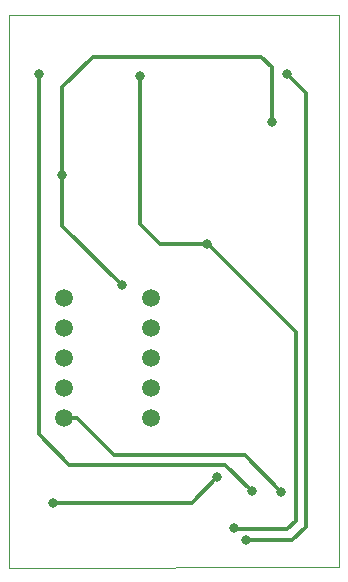
<source format=gbl>
G75*
%MOIN*%
%OFA0B0*%
%FSLAX25Y25*%
%IPPOS*%
%LPD*%
%AMOC8*
5,1,8,0,0,1.08239X$1,22.5*
%
%ADD10C,0.00394*%
%ADD11C,0.05906*%
%ADD12C,0.03175*%
%ADD13C,0.01378*%
D10*
X0004414Y0002067D02*
X0114478Y0002130D01*
X0114478Y0186381D01*
X0004414Y0186319D01*
X0004414Y0002067D01*
D11*
X0022720Y0051836D03*
X0022720Y0061873D03*
X0022720Y0071843D03*
X0022720Y0081834D03*
X0022720Y0091840D03*
X0051952Y0091832D03*
X0051952Y0081827D03*
X0051952Y0071836D03*
X0051952Y0061866D03*
X0051952Y0051829D03*
D12*
X0073807Y0032263D03*
X0085399Y0027590D03*
X0079374Y0015218D03*
X0083429Y0011251D03*
X0095182Y0027223D03*
X0042109Y0096112D03*
X0070514Y0110069D03*
X0092002Y0150481D03*
X0097272Y0166477D03*
X0047983Y0165971D03*
X0022147Y0132906D03*
X0014345Y0166487D03*
X0019130Y0023626D03*
D13*
X0019030Y0023613D02*
X0065319Y0023613D01*
X0073889Y0032183D01*
X0076616Y0036374D02*
X0085354Y0027636D01*
X0095154Y0027349D02*
X0083081Y0039422D01*
X0039489Y0039422D01*
X0026990Y0051921D01*
X0023727Y0051921D01*
X0014378Y0046550D02*
X0024555Y0036374D01*
X0076616Y0036374D01*
X0079348Y0015183D02*
X0079576Y0014954D01*
X0097255Y0014954D01*
X0099992Y0017692D01*
X0099992Y0080569D01*
X0070623Y0109939D01*
X0054686Y0109939D01*
X0047988Y0116637D01*
X0047988Y0166027D01*
X0032388Y0172337D02*
X0088566Y0172337D01*
X0092006Y0168897D01*
X0092006Y0150555D01*
X0103335Y0160390D02*
X0097366Y0166359D01*
X0103335Y0160390D02*
X0103335Y0015621D01*
X0098810Y0011095D01*
X0083439Y0011095D01*
X0042042Y0096219D02*
X0022211Y0116051D01*
X0022211Y0162159D01*
X0032388Y0172337D01*
X0014378Y0166553D02*
X0014378Y0046550D01*
M02*

</source>
